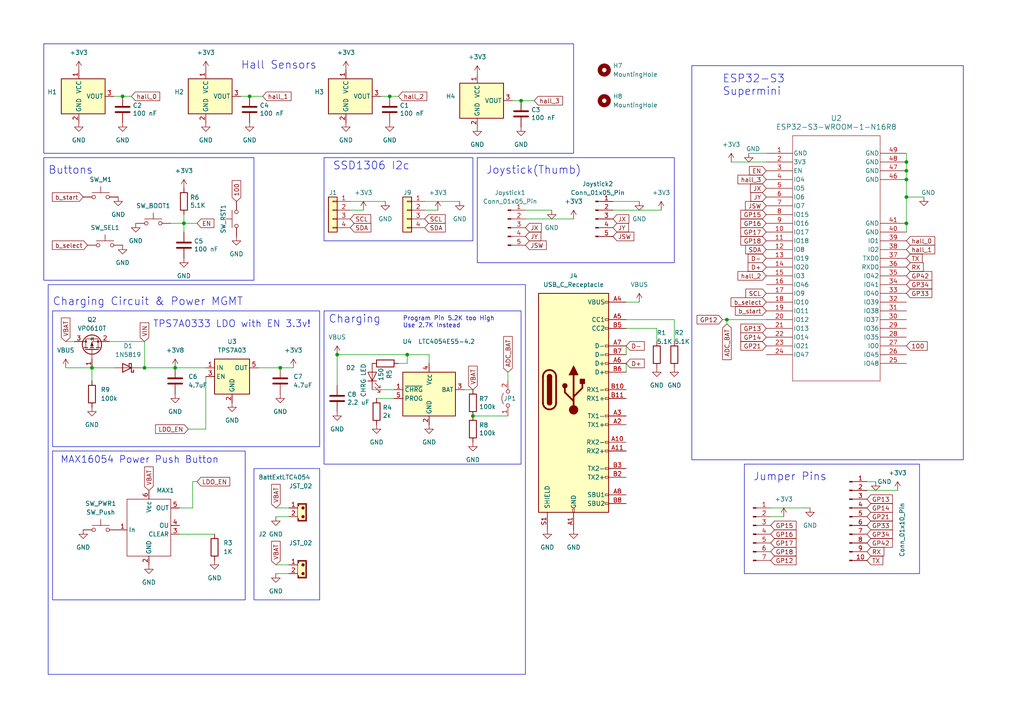
<source format=kicad_sch>
(kicad_sch (version 20250114) (generator "eeschema") (generator_version "9.0")
  (paper "A4")
  (lib_symbols
    (symbol "2025-04-05_16-16-06:ESP32-S3-WROOM-1-N16R8" (pin_names (offset 0.254))
      (property "Reference" "U" (at 20.32 10.16 0))
      (property "Value" "ESP32-S3-WROOM-1-N16R8" (at 20.32 7.62 0))
      (symbol "ESP32-S3-WROOM-1-N16R8_0_1"
        (pin power_out line (at 0 0 0) (length 7.62) (name "GND") (number "1"))
        (pin power_in line (at 0 -2.54 0) (length 7.62) (name "3V3") (number "2"))
        (pin input line (at 0 -5.08 0) (length 7.62) (name "EN") (number "3"))
        (pin bidirectional line (at 0 -7.62 0) (length 7.62) (name "IO4") (number "4"))
        (pin bidirectional line (at 0 -10.16 0) (length 7.62) (name "IO5") (number "5"))
        (pin bidirectional line (at 0 -12.7 0) (length 7.62) (name "IO6") (number "6"))
        (pin bidirectional line (at 0 -15.24 0) (length 7.62) (name "IO7") (number "7"))
        (pin bidirectional line (at 0 -17.78 0) (length 7.62) (name "IO15") (number "8"))
        (pin bidirectional line (at 0 -20.32 0) (length 7.62) (name "IO16") (number "9"))
        (pin bidirectional line (at 0 -22.86 0) (length 7.62) (name "IO17") (number "10"))
        (pin bidirectional line (at 0 -25.4 0) (length 7.62) (name "IO18") (number "11"))
        (pin bidirectional line (at 0 -27.94 0) (length 7.62) (name "IO8") (number "12"))
        (pin bidirectional line (at 0 -30.48 0) (length 7.62) (name "IO19") (number "13"))
        (pin bidirectional line (at 0 -33.02 0) (length 7.62) (name "IO20") (number "14"))
        (pin bidirectional line (at 0 -35.56 0) (length 7.62) (name "IO3") (number "15"))
        (pin bidirectional line (at 0 -38.1 0) (length 7.62) (name "IO46") (number "16"))
        (pin bidirectional line (at 0 -40.64 0) (length 7.62) (name "IO9") (number "17"))
        (pin bidirectional line (at 0 -43.18 0) (length 7.62) (name "IO10") (number "18"))
        (pin bidirectional line (at 0 -45.72 0) (length 7.62) (name "IO11") (number "19"))
        (pin bidirectional line (at 0 -48.26 0) (length 7.62) (name "IO12") (number "20"))
        (pin bidirectional line (at 0 -50.8 0) (length 7.62) (name "IO13") (number "21"))
        (pin bidirectional line (at 0 -53.34 0) (length 7.62) (name "IO14") (number "22"))
        (pin bidirectional line (at 0 -55.88 0) (length 7.62) (name "IO21") (number "23"))
        (pin bidirectional line (at 0 -58.42 0) (length 7.62) (name "IO47") (number "24"))
        (pin power_out line (at 40.64 0 180) (length 7.62) (name "GND") (number "49"))
        (pin power_out line (at 40.64 -2.54 180) (length 7.62) (name "GND") (number "48"))
        (pin power_out line (at 40.64 -5.08 180) (length 7.62) (name "GND") (number "47"))
        (pin power_out line (at 40.64 -7.62 180) (length 7.62) (name "GND") (number "46"))
        (pin power_out line (at 40.64 -20.32 180) (length 7.62) (name "GND") (number "41"))
        (pin power_out line (at 40.64 -22.86 180) (length 7.62) (name "GND") (number "40"))
        (pin bidirectional line (at 40.64 -25.4 180) (length 7.62) (name "IO1") (number "39"))
        (pin bidirectional line (at 40.64 -27.94 180) (length 7.62) (name "IO2") (number "38"))
        (pin bidirectional line (at 40.64 -30.48 180) (length 7.62) (name "TXD0") (number "37"))
        (pin bidirectional line (at 40.64 -33.02 180) (length 7.62) (name "RXD0") (number "36"))
        (pin bidirectional line (at 40.64 -35.56 180) (length 7.62) (name "IO42") (number "35"))
        (pin bidirectional line (at 40.64 -38.1 180) (length 7.62) (name "IO41") (number "34"))
        (pin bidirectional line (at 40.64 -40.64 180) (length 7.62) (name "IO40") (number "33"))
        (pin bidirectional line (at 40.64 -43.18 180) (length 7.62) (name "IO39") (number "32"))
        (pin bidirectional line (at 40.64 -45.72 180) (length 7.62) (name "IO38") (number "31"))
        (pin bidirectional line (at 40.64 -48.26 180) (length 7.62) (name "IO37") (number "30"))
        (pin bidirectional line (at 40.64 -50.8 180) (length 7.62) (name "IO36") (number "29"))
        (pin bidirectional line (at 40.64 -53.34 180) (length 7.62) (name "IO35") (number "28"))
        (pin bidirectional line (at 40.64 -55.88 180) (length 7.62) (name "IO0") (number "27"))
        (pin bidirectional line (at 40.64 -58.42 180) (length 7.62) (name "IO45") (number "26"))
        (pin bidirectional line (at 40.64 -60.96 180) (length 7.62) (name "IO48") (number "25"))
      )
    )
    (symbol "Battery_Management:LTC4054ES5-4.2"
      (property "Reference" "U" (at -5.842 6.604 0))
      (property "Value" "LTC4054ES5-4.2" (at 1.524 6.604 0))
      (symbol "LTC4054ES5-4.2_1_1"
        (pin open_collector line (at -10.16 0 0) (length 2.54) (name "~{CHRG}") (number "1"))
        (pin bidirectional line (at -10.16 -2.54 0) (length 2.54) (name "PROG") (number "5"))
        (pin power_in line (at 0 7.62 270) (length 2.54) (name "V_{CC}") (number "4"))
        (pin power_in line (at 0 -10.16 90) (length 2.54) (name "GND") (number "2"))
        (pin power_out line (at 10.16 0 180) (length 2.54) (name "BAT") (number "3"))
      )
    )
    (symbol "ChargingStuffsLib:MAX16054"
      (property "Reference" "MAX" (at 0 10.16 0))
      (symbol "MAX16054_1_1"
        (pin input line (at -8.89 -6.35 0) (length 2.54) (name "In") (number "1"))
        (pin input line (at 0 5.08 270) (length 2.54) (name "Vcc") (number "6"))
        (pin input line (at 0 -16.51 90) (length 2.54) (name "GND") (number "2"))
        (pin input line (at 8.89 0 180) (length 2.54) (name "OUT") (number "5"))
        (pin input line (at 8.89 -5.08 180) (length 2.54) (name "OU") (number "4"))
        (pin input line (at 8.89 -7.62 180) (length 2.54) (name "CLEAR") (number "3"))
      )
    )
    (symbol "Connector:Conn_01x05_Pin" (pin_names (offset 1.016) (hide yes))
      (property "Reference" "J" (at 0 7.62 0))
      (property "Value" "Conn_01x05_Pin" (at 0 -7.62 0))
      (symbol "Conn_01x05_Pin_1_1"
        (pin passive line (at 5.08 5.08 180) (length 3.81) (name "Pin_1") (number "1"))
        (pin passive line (at 5.08 2.54 180) (length 3.81) (name "Pin_2") (number "2"))
        (pin passive line (at 5.08 0 180) (length 3.81) (name "Pin_3") (number "3"))
        (pin passive line (at 5.08 -2.54 180) (length 3.81) (name "Pin_4") (number "4"))
        (pin passive line (at 5.08 -5.08 180) (length 3.81) (name "Pin_5") (number "5"))
      )
    )
    (symbol "Connector:Conn_01x07_Pin" (pin_names (offset 1.016) (hide yes))
      (property "Reference" "J" (at 0 10.16 0))
      (property "Value" "Conn_01x07_Pin" (at 0 -10.16 0))
      (symbol "Conn_01x07_Pin_1_1"
        (pin passive line (at 5.08 7.62 180) (length 3.81) (name "Pin_1") (number "1"))
        (pin passive line (at 5.08 5.08 180) (length 3.81) (name "Pin_2") (number "2"))
        (pin passive line (at 5.08 2.54 180) (length 3.81) (name "Pin_3") (number "3"))
        (pin passive line (at 5.08 0 180) (length 3.81) (name "Pin_4") (number "4"))
        (pin passive line (at 5.08 -2.54 180) (length 3.81) (name "Pin_5") (number "5"))
        (pin passive line (at 5.08 -5.08 180) (length 3.81) (name "Pin_6") (number "6"))
        (pin passive line (at 5.08 -7.62 180) (length 3.81) (name "Pin_7") (number "7"))
      )
    )
    (symbol "Connector:Conn_01x10_Pin" (pin_names (offset 1.016) (hide yes))
      (property "Reference" "J" (at 0 12.7 0))
      (property "Value" "Conn_01x10_Pin" (at 0 -15.24 0))
      (symbol "Conn_01x10_Pin_1_1"
        (pin passive line (at 5.08 10.16 180) (length 3.81) (name "Pin_1") (number "1"))
        (pin passive line (at 5.08 7.62 180) (length 3.81) (name "Pin_2") (number "2"))
        (pin passive line (at 5.08 5.08 180) (length 3.81) (name "Pin_3") (number "3"))
        (pin passive line (at 5.08 2.54 180) (length 3.81) (name "Pin_4") (number "4"))
        (pin passive line (at 5.08 0 180) (length 3.81) (name "Pin_5") (number "5"))
        (pin passive line (at 5.08 -2.54 180) (length 3.81) (name "Pin_6") (number "6"))
        (pin passive line (at 5.08 -5.08 180) (length 3.81) (name "Pin_7") (number "7"))
        (pin passive line (at 5.08 -7.62 180) (length 3.81) (name "Pin_8") (number "8"))
        (pin passive line (at 5.08 -10.16 180) (length 3.81) (name "Pin_9") (number "9"))
        (pin passive line (at 5.08 -12.7 180) (length 3.81) (name "Pin_10") (number "10"))
      )
    )
    (symbol "Connector:USB_C_Receptacle" (pin_names (offset 1.016))
      (property "Reference" "J" (at -10.16 29.21 0))
      (property "Value" "USB_C_Receptacle" (at 10.16 29.21 0))
      (symbol "USB_C_Receptacle_1_1"
        (pin passive line (at -7.62 -40.64 90) (length 5.08) (name "SHIELD") (number "S1"))
        (pin passive line (at 0 -40.64 90) (length 5.08) (name "GND") (number "A1"))
        (pin passive line (at 0 -40.64 90) (length 5.08) (hide yes) (name "GND") (number "A12"))
        (pin passive line (at 0 -40.64 90) (length 5.08) (hide yes) (name "GND") (number "B1"))
        (pin passive line (at 0 -40.64 90) (length 5.08) (hide yes) (name "GND") (number "B12"))
        (pin passive line (at 15.24 25.4 180) (length 5.08) (name "VBUS") (number "A4"))
        (pin passive line (at 15.24 25.4 180) (length 5.08) (hide yes) (name "VBUS") (number "A9"))
        (pin passive line (at 15.24 25.4 180) (length 5.08) (hide yes) (name "VBUS") (number "B4"))
        (pin passive line (at 15.24 25.4 180) (length 5.08) (hide yes) (name "VBUS") (number "B9"))
        (pin bidirectional line (at 15.24 20.32 180) (length 5.08) (name "CC1") (number "A5"))
        (pin bidirectional line (at 15.24 17.78 180) (length 5.08) (name "CC2") (number "B5"))
        (pin bidirectional line (at 15.24 12.7 180) (length 5.08) (name "D-") (number "A7"))
        (pin bidirectional line (at 15.24 10.16 180) (length 5.08) (name "D-") (number "B7"))
        (pin bidirectional line (at 15.24 7.62 180) (length 5.08) (name "D+") (number "A6"))
        (pin bidirectional line (at 15.24 5.08 180) (length 5.08) (name "D+") (number "B6"))
        (pin bidirectional line (at 15.24 0 180) (length 5.08) (name "RX1-") (number "B10"))
        (pin bidirectional line (at 15.24 -2.54 180) (length 5.08) (name "RX1+") (number "B11"))
        (pin bidirectional line (at 15.24 -7.62 180) (length 5.08) (name "TX1-") (number "A3"))
        (pin bidirectional line (at 15.24 -10.16 180) (length 5.08) (name "TX1+") (number "A2"))
        (pin bidirectional line (at 15.24 -15.24 180) (length 5.08) (name "RX2-") (number "A10"))
        (pin bidirectional line (at 15.24 -17.78 180) (length 5.08) (name "RX2+") (number "A11"))
        (pin bidirectional line (at 15.24 -22.86 180) (length 5.08) (name "TX2-") (number "B3"))
        (pin bidirectional line (at 15.24 -25.4 180) (length 5.08) (name "TX2+") (number "B2"))
        (pin bidirectional line (at 15.24 -30.48 180) (length 5.08) (name "SBU1") (number "A8"))
        (pin bidirectional line (at 15.24 -33.02 180) (length 5.08) (name "SBU2") (number "B8"))
      )
    )
    (symbol "Connector_Generic:Conn_01x04" (pin_names (offset 1.016) (hide yes))
      (property "Reference" "J" (at 0 5.08 0))
      (property "Value" "Conn_01x04" (at 0 -7.62 0))
      (symbol "Conn_01x04_1_1"
        (pin passive line (at -5.08 2.54 0) (length 3.81) (name "Pin_1") (number "1"))
        (pin passive line (at -5.08 0 0) (length 3.81) (name "Pin_2") (number "2"))
        (pin passive line (at -5.08 -2.54 0) (length 3.81) (name "Pin_3") (number "3"))
        (pin passive line (at -5.08 -5.08 0) (length 3.81) (name "Pin_4") (number "4"))
      )
    )
    (symbol "Device:C" (pin_numbers (hide yes)) (pin_names (offset 0.254))
      (property "Reference" "C" (at 0.635 2.54 0))
      (property "Value" "C" (at 0.635 -2.54 0))
      (symbol "C_1_1"
        (pin passive line (at 0 3.81 270) (length 2.794) (name "~") (number "1"))
        (pin passive line (at 0 -3.81 90) (length 2.794) (name "~") (number "2"))
      )
    )
    (symbol "Device:LED" (pin_numbers (hide yes)) (pin_names (offset 1.016) (hide yes))
      (property "Reference" "D" (at 0 2.54 0))
      (property "Value" "LED" (at 0 -2.54 0))
      (symbol "LED_1_1"
        (pin passive line (at -3.81 0 0) (length 2.54) (name "K") (number "1"))
        (pin passive line (at 3.81 0 180) (length 2.54) (name "A") (number "2"))
      )
    )
    (symbol "Device:R" (pin_numbers (hide yes)) (pin_names (offset 0))
      (property "Reference" "R" (at 2.032 0 90))
      (property "Value" "R" (at 0 0 90))
      (symbol "R_1_1"
        (pin passive line (at 0 3.81 270) (length 1.27) (name "~") (number "1"))
        (pin passive line (at 0 -3.81 90) (length 1.27) (name "~") (number "2"))
      )
    )
    (symbol "Diode:1N5819" (pin_numbers (hide yes)) (pin_names (offset 1.016) (hide yes))
      (property "Reference" "D" (at 0 2.54 0))
      (property "Value" "1N5819" (at 0 -2.54 0))
      (symbol "1N5819_1_1"
        (pin passive line (at -3.81 0 0) (length 2.54) (name "K") (number "1"))
        (pin passive line (at 3.81 0 180) (length 2.54) (name "A") (number "2"))
      )
    )
    (symbol "Jumper:Jumper_2_Open" (pin_names (offset 0) (hide yes))
      (property "Reference" "JP" (at 0 2.794 0))
      (property "Value" "Jumper_2_Open" (at 0 -2.286 0))
      (symbol "Jumper_2_Open_1_1"
        (pin passive line (at -5.08 0 0) (length 2.54) (name "A") (number "1"))
        (pin passive line (at 5.08 0 180) (length 2.54) (name "B") (number "2"))
      )
    )
    (symbol "Mechanical:MountingHole" (pin_names (offset 1.016))
      (property "Reference" "H" (at 0 5.08 0))
      (property "Value" "MountingHole" (at 0 3.175 0))
    )
    (symbol "PCM_SL_Connectors:JST_02"
      (property "Reference" "J" (at 0 7.62 0))
      (property "Value" "JST_02" (at 0 5.08 0))
      (symbol "JST_02_1_1"
        (pin passive line (at -3.81 1.27 0) (length 2.54) (name "") (number "1"))
        (pin passive line (at -3.81 -1.27 0) (length 2.54) (name "") (number "2"))
      )
    )
    (symbol "Regulator_Linear:TPS7A0508PDBV"
      (property "Reference" "U5" (at 0 10.16 0))
      (property "Value" "TPS7A03" (at 0 7.62 0))
      (symbol "TPS7A0508PDBV_0_1"
        (pin power_in line (at -7.62 2.54 0) (length 2.54) (name "IN") (number "1"))
        (pin input line (at -7.62 0 0) (length 2.54) (name "EN") (number "3"))
        (pin power_in line (at 0 -7.62 90) (length 2.54) (name "GND") (number "2"))
        (pin no_connect line (at 5.08 0 180) (length 2.54) (hide yes) (name "NC") (number "4"))
        (pin power_out line (at 7.62 2.54 180) (length 2.54) (name "OUT") (number "5"))
      )
    )
    (symbol "Sensor_Current:A1369xUA-10"
      (property "Reference" "U" (at 8.89 6.35 0))
      (property "Value" "A1369xUA-10" (at 8.89 3.81 0))
      (symbol "A1369xUA-10_1_1"
        (pin power_in line (at 0 7.62 270) (length 2.54) (name "VCC") (number "1"))
        (pin power_in line (at 0 -7.62 90) (length 2.54) (name "GND") (number "2"))
        (pin output line (at 10.16 0 180) (length 2.54) (name "VOUT") (number "3"))
      )
    )
    (symbol "Switch:SW_Push" (pin_numbers (hide yes)) (pin_names (offset 1.016) (hide yes))
      (property "Reference" "SW" (at 1.27 2.54 0))
      (property "Value" "SW_Push" (at 0 -1.524 0))
      (symbol "SW_Push_0_1"
        (pin passive line (at -5.08 0 0) (length 2.54) (name "1") (number "1"))
        (pin passive line (at 5.08 0 180) (length 2.54) (name "2") (number "2"))
      )
    )
    (symbol "Transistor_FET:VP0610T" (pin_names (hide yes))
      (property "Reference" "Q" (at 5.08 1.905 0))
      (property "Value" "VP0610T" (at 5.08 0 0))
      (symbol "VP0610T_1_1"
        (pin input line (at -5.08 0 0) (length 2.54) (name "G") (number "1"))
        (pin passive line (at 2.54 5.08 270) (length 2.54) (name "D") (number "3"))
        (pin passive line (at 2.54 -5.08 90) (length 2.54) (name "S") (number "2"))
      )
    )
    (symbol "power:+3V3" (power) (pin_names (offset 0))
      (property "Value" "+3V3" (at 0 3.556 0))
      (symbol "+3V3_1_1"
        (pin power_in line (at 0 0 90) (length 0) (hide yes) (name "+3V3") (number "1"))
      )
    )
    (symbol "power:+3V8" (power) (pin_names (offset 0))
      (property "Value" "+3V8" (at 0 3.556 0))
      (symbol "+3V8_1_1"
        (pin power_in line (at 0 0 90) (length 0) (hide yes) (name "+3V8") (number "1"))
      )
    )
    (symbol "power:GND" (power) (pin_names (offset 0))
      (property "Value" "GND" (at 0 -3.81 0))
      (symbol "GND_1_1"
        (pin power_in line (at 0 0 270) (length 0) (hide yes) (name "GND") (number "1"))
      )
    )
    (symbol "power:VBUS" (power) (pin_names (offset 0))
      (property "Value" "VBUS" (at 0 3.81 0))
      (symbol "VBUS_1_1"
        (pin power_in line (at 0 0 90) (length 0) (hide yes) (name "VBUS") (number "1"))
      )
    )
  )
  (rectangle (start 15.24 90.17) (end 92.71 129.54))
  (rectangle (start 138.43 45.72) (end 195.58 76.2))
  (rectangle (start 200.66 19.05) (end 279.4 133.35))
  (rectangle (start 215.9 134.62) (end 266.7 166.37))
  (rectangle (start 15.24 130.81) (end 71.12 173.99))
  (rectangle (start 12.7 45.72) (end 73.66 81.28))
  (rectangle (start 93.98 45.72) (end 137.16 69.85))
  (rectangle (start 13.97 82.55) (end 152.4 195.58))
  (rectangle (start 93.98 90.17) (end 151.13 134.62))
  (rectangle (start 73.66 135.89) (end 92.71 173.99))
  (rectangle (start 12.7 12.7) (end 166.37 44.45))
  (text "Jumper Pins" (at 218.44 139.7 0) (effects (font (size 2.27 2.27)) (justify left bottom)))
  (text "Buttons" (at 13.97 50.8 0) (effects (font (size 2.27 2.27)) (justify left bottom)))
  (text "MAX16054 Power Push Button" (at 63.5 134.62 0) (effects (font (size 2 2)) (justify right bottom)))
  (text "Joystick(Thumb)" (at 140.97 50.8 0) (effects (font (size 2.27 2.27)) (justify left bottom)))
  (text "Program Pin 5.2K too High\nUse 2.7K Instead\n" (at 116.84 95.25 0) (effects (font (size 1.27 1.27)) (justify left bottom)))
  (text "Charging\n" (at 95.25 93.98 0) (effects (font (size 2.27 2.27)) (justify left bottom)))
  (text "ESP32-S3\nSupermini" (at 209.55 27.94 0) (effects (font (size 2.27 2.27)) (justify left bottom)))
  (text "Charging Circuit & Power MGMT" (at 15.24 88.9 0) (effects (font (size 2.27 2.27)) (justify left bottom)))
  (text "SSD1306 I2c" (at 96.52 49.53 0) (effects (font (size 2.27 2.27)) (justify left bottom)))
  (text "TPS7A0333 LDO with EN 3.3v!" (at 90.17 95.25 0) (effects (font (size 2 2)) (justify right bottom)))
  (text "Hall Sensors" (at 69.85 20.32 0) (effects (font (size 2.27 2.27)) (justify left bottom)))
  (junction (at 113.03 27.94))
  (junction (at 118.11 102.87))
  (junction (at 26.67 106.68))
  (junction (at 81.28 106.68))
  (junction (at 72.39 27.94))
  (junction (at 50.8 106.68))
  (junction (at 137.16 120.65))
  (junction (at 97.79 102.87))
  (junction (at 41.91 106.68))
  (junction (at 262.89 49.53))
  (junction (at 53.34 64.77))
  (junction (at 262.89 64.77))
  (junction (at 262.89 57.15))
  (junction (at 151.13 29.21))
  (junction (at 210.82 92.71))
  (junction (at 262.89 46.99))
  (junction (at 35.56 27.94))
  (junction (at 262.89 52.07))
  (wire (pts (xy 262.89 44.45) (xy 262.89 46.99)))
  (wire (pts (xy 35.56 27.94) (xy 33.02 27.94)))
  (wire (pts (xy 80.01 149.86) (xy 83.82 149.86)))
  (wire (pts (xy 19.05 106.68) (xy 26.67 106.68)))
  (wire (pts (xy 118.11 102.87) (xy 124.46 102.87)))
  (wire (pts (xy 262.89 57.15) (xy 262.89 64.77)))
  (wire (pts (xy 154.94 29.21) (xy 151.13 29.21)))
  (wire (pts (xy 181.61 100.33) (xy 181.61 102.87)))
  (wire (pts (xy 160.02 60.96) (xy 152.4 60.96)))
  (wire (pts (xy 262.89 46.99) (xy 262.89 49.53)))
  (wire (pts (xy 97.79 111.76) (xy 97.79 102.87)))
  (wire (pts (xy 80.01 163.83) (xy 83.82 163.83)))
  (wire (pts (xy 111.76 58.42) (xy 101.6 58.42)))
  (wire (pts (xy 55.88 139.7) (xy 55.88 147.32)))
  (wire (pts (xy 41.91 106.68) (xy 50.8 106.68)))
  (wire (pts (xy 41.91 99.06) (xy 41.91 106.68)))
  (wire (pts (xy 72.39 27.94) (xy 69.85 27.94)))
  (wire (pts (xy 195.58 92.71) (xy 195.58 99.06)))
  (wire (pts (xy 181.61 105.41) (xy 181.61 107.95)))
  (wire (pts (xy 147.32 107.95) (xy 147.32 110.49)))
  (wire (pts (xy 107.95 113.03) (xy 114.3 113.03)))
  (wire (pts (xy 151.13 29.21) (xy 148.59 29.21)))
  (wire (pts (xy 118.11 105.41) (xy 118.11 102.87)))
  (wire (pts (xy 254 139.7) (xy 251.46 139.7)))
  (wire (pts (xy 115.57 105.41) (xy 118.11 105.41)))
  (wire (pts (xy 113.03 27.94) (xy 110.49 27.94)))
  (wire (pts (xy 40.64 106.68) (xy 41.91 106.68)))
  (wire (pts (xy 262.89 52.07) (xy 262.89 57.15)))
  (wire (pts (xy 209.55 92.71) (xy 210.82 92.71)))
  (wire (pts (xy 212.09 46.99) (xy 222.25 46.99)))
  (wire (pts (xy 227.33 149.86) (xy 223.52 149.86)))
  (wire (pts (xy 59.69 124.46) (xy 54.61 124.46)))
  (wire (pts (xy 80.01 166.37) (xy 83.82 166.37)))
  (wire (pts (xy 85.09 106.68) (xy 81.28 106.68)))
  (wire (pts (xy 166.37 63.5) (xy 152.4 63.5)))
  (wire (pts (xy 181.61 92.71) (xy 195.58 92.71)))
  (wire (pts (xy 50.8 106.68) (xy 59.69 106.68)))
  (wire (pts (xy 53.34 62.23) (xy 53.34 64.77)))
  (wire (pts (xy 210.82 92.71) (xy 222.25 92.71)))
  (wire (pts (xy 53.34 64.77) (xy 57.15 64.77)))
  (wire (pts (xy 115.57 27.94) (xy 113.03 27.94)))
  (wire (pts (xy 234.95 147.32) (xy 223.52 147.32)))
  (wire (pts (xy 26.67 106.68) (xy 33.02 106.68)))
  (wire (pts (xy 185.42 87.63) (xy 181.61 87.63)))
  (wire (pts (xy 55.88 147.32) (xy 52.07 147.32)))
  (wire (pts (xy 81.28 106.68) (xy 74.93 106.68)))
  (wire (pts (xy 134.62 113.03) (xy 137.16 113.03)))
  (wire (pts (xy 31.75 99.06) (xy 41.91 99.06)))
  (wire (pts (xy 76.2 27.94) (xy 72.39 27.94)))
  (wire (pts (xy 52.07 154.94) (xy 62.23 154.94)))
  (wire (pts (xy 109.22 115.57) (xy 114.3 115.57)))
  (wire (pts (xy 97.79 102.87) (xy 118.11 102.87)))
  (wire (pts (xy 80.01 147.32) (xy 83.82 147.32)))
  (wire (pts (xy 217.17 44.45) (xy 222.25 44.45)))
  (wire (pts (xy 57.15 139.7) (xy 55.88 139.7)))
  (wire (pts (xy 262.89 64.77) (xy 262.89 67.31)))
  (wire (pts (xy 137.16 120.65) (xy 147.32 120.65)))
  (wire (pts (xy 53.34 64.77) (xy 53.34 67.31)))
  (wire (pts (xy 262.89 49.53) (xy 262.89 52.07)))
  (wire (pts (xy 191.77 60.96) (xy 177.8 60.96)))
  (wire (pts (xy 190.5 95.25) (xy 190.5 99.06)))
  (wire (pts (xy 181.61 95.25) (xy 190.5 95.25)))
  (wire (pts (xy 26.67 106.68) (xy 26.67 110.49)))
  (wire (pts (xy 49.53 64.77) (xy 53.34 64.77)))
  (wire (pts (xy 19.05 99.06) (xy 21.59 99.06)))
  (wire (pts (xy 124.46 102.87) (xy 124.46 105.41)))
  (wire (pts (xy 267.97 57.15) (xy 262.89 57.15)))
  (wire (pts (xy 133.35 58.42) (xy 123.19 58.42)))
  (wire (pts (xy 127 60.96) (xy 123.19 60.96)))
  (wire (pts (xy 260.35 142.24) (xy 251.46 142.24)))
  (wire (pts (xy 38.1 27.94) (xy 35.56 27.94)))
  (wire (pts (xy 59.69 109.22) (xy 59.69 124.46)))
  (wire (pts (xy 105.41 60.96) (xy 101.6 60.96)))
  (wire (pts (xy 185.42 58.42) (xy 177.8 58.42)))
  (wire (pts (xy 210.82 93.98) (xy 210.82 92.71)))
  (global_label "RX" (shape input) (at 262.89 77.47 0) (property "Intersheetrefs" "${INTERSHEET_REFS}" (effects (hide yes))))
  (global_label "LDO_EN" (shape input) (at 54.61 124.46 180) (property "Intersheetrefs" "${INTERSHEET_REFS}" (effects (hide yes))))
  (global_label "ADC_BAT" (shape input) (at 147.32 107.95 90) (property "Intersheetrefs" "${INTERSHEET_REFS}" (effects (hide yes))))
  (global_label "VIN" (shape input) (at 41.91 99.06 90) (property "Intersheetrefs" "${INTERSHEET_REFS}" (effects (hide yes))))
  (global_label "GP14" (shape input) (at 222.25 97.79 180) (property "Intersheetrefs" "${INTERSHEET_REFS}" (effects (hide yes))))
  (global_label "100" (shape input) (at 68.58 58.42 90) (property "Intersheetrefs" "${INTERSHEET_REFS}" (effects (hide yes))))
  (global_label "b_start" (shape input) (at 222.25 90.17 180) (property "Intersheetrefs" "${INTERSHEET_REFS}" (effects (hide yes))))
  (global_label "D+" (shape input) (at 181.61 105.41 0) (property "Intersheetrefs" "${INTERSHEET_REFS}" (effects (hide yes))))
  (global_label "SCL" (shape input) (at 101.6 63.5 0) (property "Intersheetrefs" "${INTERSHEET_REFS}" (effects (hide yes))))
  (global_label "GP15" (shape input) (at 223.52 152.4 0) (property "Intersheetrefs" "${INTERSHEET_REFS}" (effects (hide yes))))
  (global_label "EN" (shape input) (at 57.15 64.77 0) (property "Intersheetrefs" "${INTERSHEET_REFS}" (effects (hide yes))))
  (global_label "EN" (shape input) (at 222.25 49.53 180) (property "Intersheetrefs" "${INTERSHEET_REFS}" (effects (hide yes))))
  (global_label "JY" (shape input) (at 177.8 66.04 0) (property "Intersheetrefs" "${INTERSHEET_REFS}" (effects (hide yes))))
  (global_label "GP13" (shape input) (at 222.25 95.25 180) (property "Intersheetrefs" "${INTERSHEET_REFS}" (effects (hide yes))))
  (global_label "GP12" (shape input) (at 209.55 92.71 180) (property "Intersheetrefs" "${INTERSHEET_REFS}" (effects (hide yes))))
  (global_label "JY" (shape input) (at 222.25 57.15 180) (property "Intersheetrefs" "${INTERSHEET_REFS}" (effects (hide yes))))
  (global_label "JY" (shape input) (at 152.4 68.58 0) (property "Intersheetrefs" "${INTERSHEET_REFS}" (effects (hide yes))))
  (global_label "GP17" (shape input) (at 222.25 67.31 180) (property "Intersheetrefs" "${INTERSHEET_REFS}" (effects (hide yes))))
  (global_label "b_start" (shape input) (at 24.13 57.15 180) (property "Intersheetrefs" "${INTERSHEET_REFS}" (effects (hide yes))))
  (global_label "hall_1" (shape input) (at 262.89 72.39 0) (property "Intersheetrefs" "${INTERSHEET_REFS}" (effects (hide yes))))
  (global_label "hall_3" (shape input) (at 154.94 29.21 0) (property "Intersheetrefs" "${INTERSHEET_REFS}" (effects (hide yes))))
  (global_label "VBAT" (shape input) (at 80.01 147.32 90) (property "Intersheetrefs" "${INTERSHEET_REFS}" (effects (hide yes))))
  (global_label "GP14" (shape input) (at 251.46 147.32 0) (property "Intersheetrefs" "${INTERSHEET_REFS}" (effects (hide yes))))
  (global_label "LDO_EN" (shape input) (at 57.15 139.7 0) (property "Intersheetrefs" "${INTERSHEET_REFS}" (effects (hide yes))))
  (global_label "hall_2" (shape input) (at 115.57 27.94 0) (property "Intersheetrefs" "${INTERSHEET_REFS}" (effects (hide yes))))
  (global_label "GP12" (shape input) (at 223.52 162.56 0) (property "Intersheetrefs" "${INTERSHEET_REFS}" (effects (hide yes))))
  (global_label "b_select" (shape input) (at 25.4 71.12 180) (property "Intersheetrefs" "${INTERSHEET_REFS}" (effects (hide yes))))
  (global_label "GP34" (shape input) (at 262.89 82.55 0) (property "Intersheetrefs" "${INTERSHEET_REFS}" (effects (hide yes))))
  (global_label "TX" (shape input) (at 251.46 162.56 0) (property "Intersheetrefs" "${INTERSHEET_REFS}" (effects (hide yes))))
  (global_label "SCL" (shape input) (at 123.19 63.5 0) (property "Intersheetrefs" "${INTERSHEET_REFS}" (effects (hide yes))))
  (global_label "D-" (shape input) (at 181.61 100.33 0) (property "Intersheetrefs" "${INTERSHEET_REFS}" (effects (hide yes))))
  (global_label "SCL" (shape input) (at 222.25 85.09 180) (property "Intersheetrefs" "${INTERSHEET_REFS}" (effects (hide yes))))
  (global_label "ADC_BAT" (shape input) (at 210.82 93.98 270) (property "Intersheetrefs" "${INTERSHEET_REFS}" (effects (hide yes))))
  (global_label "GP18" (shape input) (at 223.52 160.02 0) (property "Intersheetrefs" "${INTERSHEET_REFS}" (effects (hide yes))))
  (global_label "JSW" (shape input) (at 177.8 68.58 0) (property "Intersheetrefs" "${INTERSHEET_REFS}" (effects (hide yes))))
  (global_label "VBAT" (shape input) (at 43.18 142.24 90) (property "Intersheetrefs" "${INTERSHEET_REFS}" (effects (hide yes))))
  (global_label "GP16" (shape input) (at 223.52 154.94 0) (property "Intersheetrefs" "${INTERSHEET_REFS}" (effects (hide yes))))
  (global_label "VBAT" (shape input) (at 137.16 113.03 90) (property "Intersheetrefs" "${INTERSHEET_REFS}" (effects (hide yes))))
  (global_label "TX" (shape input) (at 262.89 74.93 0) (property "Intersheetrefs" "${INTERSHEET_REFS}" (effects (hide yes))))
  (global_label "SDA" (shape input) (at 123.19 66.04 0) (property "Intersheetrefs" "${INTERSHEET_REFS}" (effects (hide yes))))
  (global_label "D-" (shape input) (at 222.25 74.93 180) (property "Intersheetrefs" "${INTERSHEET_REFS}" (effects (hide yes))))
  (global_label "SDA" (shape input) (at 101.6 66.04 0) (property "Intersheetrefs" "${INTERSHEET_REFS}" (effects (hide yes))))
  (global_label "JSW" (shape input) (at 222.25 59.69 180) (property "Intersheetrefs" "${INTERSHEET_REFS}" (effects (hide yes))))
  (global_label "hall_1" (shape input) (at 76.2 27.94 0) (property "Intersheetrefs" "${INTERSHEET_REFS}" (effects (hide yes))))
  (global_label "hall_3" (shape input) (at 222.25 52.07 180) (property "Intersheetrefs" "${INTERSHEET_REFS}" (effects (hide yes))))
  (global_label "RX" (shape input) (at 251.46 160.02 0) (property "Intersheetrefs" "${INTERSHEET_REFS}" (effects (hide yes))))
  (global_label "GP33" (shape input) (at 262.89 85.09 0) (property "Intersheetrefs" "${INTERSHEET_REFS}" (effects (hide yes))))
  (global_label "GP21" (shape input) (at 222.25 100.33 180) (property "Intersheetrefs" "${INTERSHEET_REFS}" (effects (hide yes))))
  (global_label "JX" (shape input) (at 152.4 66.04 0) (property "Intersheetrefs" "${INTERSHEET_REFS}" (effects (hide yes))))
  (global_label "JSW" (shape input) (at 152.4 71.12 0) (property "Intersheetrefs" "${INTERSHEET_REFS}" (effects (hide yes))))
  (global_label "GP42" (shape input) (at 251.46 157.48 0) (property "Intersheetrefs" "${INTERSHEET_REFS}" (effects (hide yes))))
  (global_label "D+" (shape input) (at 222.25 77.47 180) (property "Intersheetrefs" "${INTERSHEET_REFS}" (effects (hide yes))))
  (global_label "hall_2" (shape input) (at 222.25 80.01 180) (property "Intersheetrefs" "${INTERSHEET_REFS}" (effects (hide yes))))
  (global_label "JX" (shape input) (at 177.8 63.5 0) (property "Intersheetrefs" "${INTERSHEET_REFS}" (effects (hide yes))))
  (global_label "GP16" (shape input) (at 222.25 64.77 180) (property "Intersheetrefs" "${INTERSHEET_REFS}" (effects (hide yes))))
  (global_label "SDA" (shape input) (at 222.25 72.39 180) (property "Intersheetrefs" "${INTERSHEET_REFS}" (effects (hide yes))))
  (global_label "b_select" (shape input) (at 222.25 87.63 180) (property "Intersheetrefs" "${INTERSHEET_REFS}" (effects (hide yes))))
  (global_label "GP17" (shape input) (at 223.52 157.48 0) (property "Intersheetrefs" "${INTERSHEET_REFS}" (effects (hide yes))))
  (global_label "GP18" (shape input) (at 222.25 69.85 180) (property "Intersheetrefs" "${INTERSHEET_REFS}" (effects (hide yes))))
  (global_label "VBAT" (shape input) (at 19.05 99.06 90) (property "Intersheetrefs" "${INTERSHEET_REFS}" (effects (hide yes))))
  (global_label "VBAT" (shape input) (at 80.01 163.83 90) (property "Intersheetrefs" "${INTERSHEET_REFS}" (effects (hide yes))))
  (global_label "GP15" (shape input) (at 222.25 62.23 180) (property "Intersheetrefs" "${INTERSHEET_REFS}" (effects (hide yes))))
  (global_label "GP33" (shape input) (at 251.46 152.4 0) (property "Intersheetrefs" "${INTERSHEET_REFS}" (effects (hide yes))))
  (global_label "GP34" (shape input) (at 251.46 154.94 0) (property "Intersheetrefs" "${INTERSHEET_REFS}" (effects (hide yes))))
  (global_label "hall_0" (shape input) (at 38.1 27.94 0) (property "Intersheetrefs" "${INTERSHEET_REFS}" (effects (hide yes))))
  (global_label "JX" (shape input) (at 222.25 54.61 180) (property "Intersheetrefs" "${INTERSHEET_REFS}" (effects (hide yes))))
  (global_label "GP13" (shape input) (at 251.46 144.78 0) (property "Intersheetrefs" "${INTERSHEET_REFS}" (effects (hide yes))))
  (global_label "hall_0" (shape input) (at 262.89 69.85 0) (property "Intersheetrefs" "${INTERSHEET_REFS}" (effects (hide yes))))
  (global_label "100" (shape input) (at 262.89 100.33 0) (property "Intersheetrefs" "${INTERSHEET_REFS}" (effects (hide yes))))
  (global_label "GP21" (shape input) (at 251.46 149.86 0) (property "Intersheetrefs" "${INTERSHEET_REFS}" (effects (hide yes))))
  (global_label "GP42" (shape input) (at 262.89 80.01 0) (property "Intersheetrefs" "${INTERSHEET_REFS}" (effects (hide yes))))
  (symbol (lib_id "Switch:SW_Push") (at 68.58 63.5 90) (unit 1)
    (property "Reference" "SW_RST1" (at 64.77 63.5 0))
    (property "Value" "SW_Push" (effects (hide yes)))
    (property "Footprint" "OpenMuscleDevKit:EVQP2P02M" (effects (hide yes)))
  )
  (symbol (lib_id "Switch:SW_Push") (at 44.45 64.77 0) (unit 1)
    (property "Reference" "SW_BOOT1" (at 44.45 59.69 0))
    (property "Value" "SW_Push" (effects (hide yes)))
    (property "Footprint" "OpenMuscleDevKit:EVQP2P02M" (effects (hide yes)))
  )
  (symbol (lib_id "power:GND") (at 97.79 119.38 0) (unit 1)
    (property "Reference" "#PWR034" (effects (hide yes)))
    (property "Value" "GND" (at 97.79 124.46 0))
  )
  (symbol (lib_id "power:GND") (at 59.69 35.56 0) (unit 1)
    (property "Reference" "#PWR014" (effects (hide yes)))
    (property "Value" "GND" (at 59.69 40.64 0))
  )
  (symbol (lib_id "Sensor_Current:A1369xUA-10") (at 22.86 27.94 0) (unit 1)
    (property "Reference" "H1" (at 16.51 26.67 0) (effects (justify right)))
    (property "Value" "A1369xUA-10" (effects (hide yes)))
    (property "Footprint" "Connector_PinHeader_2.00mm:PinHeader_1x03_P2.00mm_Vertical" (effects (hide yes)))
    (property "Datasheet" "http://www.allegromicro.com/~/media/Files/Datasheets/A1369-Datasheet.ashx?la=en" (effects (hide yes)))
  )
  (symbol (lib_id "ChargingStuffsLib:MAX16054") (at 43.18 147.32 0) (unit 1)
    (property "Reference" "MAX1" (at 45.3741 142.24 0) (effects (justify left)))
    (property "Value" "~" (at 43.18 147.32 0))
    (property "Footprint" "Package_TO_SOT_SMD:SOT-23-6" (effects (hide yes)))
  )
  (symbol (lib_id "Device:R") (at 137.16 116.84 0) (unit 1)
    (property "Reference" "R7" (at 138.938 115.6716 0) (effects (justify left)))
    (property "Value" "100k" (at 138.938 117.983 0) (effects (justify left)))
    (property "Footprint" "Resistor_SMD:R_0603_1608Metric" (effects (hide yes)))
    (property "JLCPN" "C25905" (effects (hide yes)))
  )
  (symbol (lib_id "power:+3V8") (at 50.8 106.68 0) (unit 1)
    (property "Reference" "#PWR023" (effects (hide yes)))
    (property "Value" "+3V8" (at 50.8 101.6 0))
  )
  (symbol (lib_id "power:GND") (at 158.75 153.67 0) (unit 1)
    (property "Reference" "#PWR019" (effects (hide yes)))
    (property "Value" "GND" (at 158.75 158.75 0))
  )
  (symbol (lib_id "Device:C") (at 81.28 110.49 0) (unit 1)
    (property "Reference" "C7" (at 85.09 109.22 0) (effects (justify left)))
    (property "Value" "4.7uF" (at 85.09 111.76 0) (effects (justify left)))
    (property "Footprint" "Capacitor_SMD:C_0805_2012Metric" (effects (hide yes)))
  )
  (symbol (lib_id "Device:R") (at 137.16 124.46 0) (unit 1)
    (property "Reference" "R8" (at 138.938 123.2916 0) (effects (justify left)))
    (property "Value" "100k" (at 138.938 125.603 0) (effects (justify left)))
    (property "Footprint" "Resistor_SMD:R_0603_1608Metric" (effects (hide yes)))
    (property "JLCPN" "C25905" (effects (hide yes)))
  )
  (symbol (lib_id "power:GND") (at 24.13 153.67 0) (unit 1)
    (property "Reference" "#PWR022" (effects (hide yes)))
    (property "Value" "GND" (at 24.13 158.75 0))
  )
  (symbol (lib_id "power:GND") (at 195.58 106.68 0) (unit 1)
    (property "Reference" "#PWR047" (effects (hide yes)))
    (property "Value" "GND" (at 195.58 111.76 0))
  )
  (symbol (lib_id "Device:R") (at 190.5 102.87 0) (unit 1)
    (property "Reference" "R1" (at 190.5 96.52 0) (effects (justify left)))
    (property "Value" "5.1K" (at 190.5 99.06 0) (effects (justify left)))
    (property "Footprint" "Resistor_SMD:R_0603_1608Metric" (effects (hide yes)))
    (property "JLCPN" "C25905" (effects (hide yes)))
  )
  (symbol (lib_id "power:GND") (at 80.01 149.86 0) (unit 1)
    (property "Reference" "#PWR039" (effects (hide yes)))
    (property "Value" "GND" (at 80.01 154.94 0))
  )
  (symbol (lib_id "Regulator_Linear:TPS7A0508PDBV") (at 67.31 109.22 0) (unit 1)
    (property "Reference" "U3" (at 67.31 99.06 0))
    (property "Value" "TPS7A03" (at 67.31 101.6 0))
    (property "Footprint" "Package_TO_SOT_SMD:SOT-23-5" (effects (hide yes)))
    (property "Datasheet" "https://www.ti.com/lit/ds/symlink/tps7a05.pdf" (effects (hide yes)))
  )
  (symbol (lib_id "power:GND") (at 50.8 114.3 0) (unit 1)
    (property "Reference" "#PWR024" (effects (hide yes)))
    (property "Value" "GND" (at 50.8 119.38 0))
  )
  (symbol (lib_id "Device:C") (at 50.8 110.49 0) (unit 1)
    (property "Reference" "C6" (at 54.61 109.22 0) (effects (justify left)))
    (property "Value" "4.7uF" (at 54.61 111.76 0) (effects (justify left)))
    (property "Footprint" "Capacitor_SMD:C_0805_2012Metric" (effects (hide yes)))
  )
  (symbol (lib_id "Connector:Conn_01x05_Pin") (at 172.72 63.5 0) (unit 1)
    (property "Reference" "Joystick2" (at 173.355 53.34 0))
    (property "Value" "Conn_01x05_Pin" (at 173.355 55.88 0))
    (property "Footprint" "Connector_PinHeader_2.00mm:PinHeader_1x05_P2.00mm_Vertical" (effects (hide yes)))
  )
  (symbol (lib_id "power:GND") (at 138.43 36.83 0) (unit 1)
    (property "Reference" "#PWR07" (effects (hide yes)))
    (property "Value" "GND" (at 138.43 41.91 0))
  )
  (symbol (lib_id "Connector:Conn_01x10_Pin") (at 246.38 149.86 0) (unit 1)
    (property "Reference" "J3" (effects (hide yes)))
    (property "Value" "Conn_01x10_Pin" (at 261.62 153.67 90))
    (property "Footprint" "Connector_PinHeader_2.00mm:PinHeader_1x10_P2.00mm_Vertical" (effects (hide yes)))
  )
  (symbol (lib_id "power:+3V3") (at 53.34 54.61 0) (unit 1)
    (property "Reference" "#PWR050" (effects (hide yes)))
    (property "Value" "+3V3" (at 53.34 49.53 0))
  )
  (symbol (lib_id "power:+3V3") (at 166.37 63.5 0) (unit 1)
    (property "Reference" "#PWR042" (effects (hide yes)))
    (property "Value" "+3V3" (at 166.37 58.42 0))
  )
  (symbol (lib_id "power:GND") (at 34.29 57.15 0) (unit 1)
    (property "Reference" "#PWR036" (effects (hide yes)))
    (property "Value" "GND" (at 34.29 62.23 0))
  )
  (symbol (lib_id "Mechanical:MountingHole") (at 175.26 20.32 0) (unit 1)
    (property "Reference" "H7" (at 177.8 19.05 0) (effects (justify left)))
    (property "Value" "MountingHole" (at 177.8 21.59 0) (effects (justify left)))
    (property "Footprint" "MountingHole:MountingHole_2.2mm_M2" (effects (hide yes)))
  )
  (symbol (lib_id "Jumper:Jumper_2_Open") (at 147.32 115.57 90) (unit 1)
    (property "Reference" "JP1" (at 146.05 115.57 90) (effects (justify right)))
    (property "Value" "Jumper_2_Open" (effects (hide yes)))
    (property "Footprint" "Jumper:SolderJumper-2_P1.3mm_Open_TrianglePad1.0x1.5mm" (effects (hide yes)))
  )
  (symbol (lib_id "power:GND") (at 109.22 123.19 0) (unit 1)
    (property "Reference" "#PWR035" (effects (hide yes)))
    (property "Value" "GND" (at 109.22 128.27 0))
  )
  (symbol (lib_id "power:+3V3") (at 212.09 46.99 0) (unit 1)
    (property "Reference" "#PWR054" (effects (hide yes)))
    (property "Value" "+3V3" (at 212.09 41.91 0))
  )
  (symbol (lib_id "Transistor_FET:VP0610T") (at 26.67 101.6 90) (unit 1)
    (property "Reference" "Q2" (at 26.67 92.71 90))
    (property "Value" "VP0610T" (at 26.67 95.25 90))
    (property "Footprint" "Package_TO_SOT_SMD:SOT-23" (effects (hide yes)))
    (property "Datasheet" "http://www.vishay.com/docs/70209/70209.pdf" (effects (hide yes)))
  )
  (symbol (lib_id "power:GND") (at 113.03 35.56 0) (unit 1)
    (property "Reference" "#PWR03" (effects (hide yes)))
    (property "Value" "GND" (at 113.03 40.64 0))
  )
  (symbol (lib_id "Battery_Management:LTC4054ES5-4.2") (at 124.46 113.03 0) (unit 1)
    (property "Reference" "U4" (at 118.11 99.06 0))
    (property "Value" "LTC4054ES5-4.2" (at 129.54 99.06 0))
    (property "Footprint" "Package_TO_SOT_SMD:TSOT-23-5" (effects (hide yes)))
    (property "Datasheet" "https://www.analog.com/media/en/technical-documentation/data-sheets/405442xf.pdf" (effects (hide yes)))
  )
  (symbol (lib_id "power:GND") (at 22.86 35.56 0) (unit 1)
    (property "Reference" "#PWR06" (effects (hide yes)))
    (property "Value" "GND" (at 22.86 40.64 0))
  )
  (symbol (lib_id "power:+3V3") (at 127 60.96 0) (unit 1)
    (property "Reference" "#PWR043" (effects (hide yes)))
    (property "Value" "+3V3" (at 127 55.88 0))
  )
  (symbol (lib_id "power:GND") (at 254 139.7 0) (unit 1)
    (property "Reference" "#PWR028" (effects (hide yes)))
    (property "Value" "GND" (at 256.54 139.7 0))
  )
  (symbol (lib_id "power:GND") (at 133.35 58.42 0) (unit 1)
    (property "Reference" "#PWR044" (effects (hide yes)))
    (property "Value" "GND" (at 133.35 63.5 0))
  )
  (symbol (lib_id "power:GND") (at 53.34 74.93 0) (unit 1)
    (property "Reference" "#PWR048" (effects (hide yes)))
    (property "Value" "GND" (at 53.34 80.01 0))
  )
  (symbol (lib_id "Connector:USB_C_Receptacle") (at 166.37 113.03 0) (unit 1)
    (property "Reference" "J4" (at 166.37 80.01 0))
    (property "Value" "USB_C_Receptacle" (at 166.37 82.55 0))
    (property "Footprint" "Connector_USB:USB_C_Receptacle_HRO_TYPE-C-31-M-12" (effects (hide yes)))
    (property "Datasheet" "https://www.usb.org/sites/default/files/documents/usb_type-c.zip" (effects (hide yes)))
  )
  (symbol (lib_id "Device:C") (at 151.13 33.02 180) (unit 1)
    (property "Reference" "C3" (at 154.051 31.8516 0) (effects (justify right)))
    (property "Value" "100 nF" (at 154.051 34.163 0) (effects (justify right)))
    (property "Footprint" "Capacitor_SMD:C_0402_1005Metric" (effects (hide yes)))
    (property "JLCPN" "C1525" (effects (hide yes)))
  )
  (symbol (lib_id "power:+3V3") (at 138.43 21.59 0) (unit 1)
    (property "Reference" "#PWR04" (effects (hide yes)))
    (property "Value" "+3V3" (at 138.43 16.51 0))
  )
  (symbol (lib_id "Sensor_Current:A1369xUA-10") (at 100.33 27.94 0) (unit 1)
    (property "Reference" "H3" (at 93.98 26.67 0) (effects (justify right)))
    (property "Value" "A1369xUA-10" (effects (hide yes)))
    (property "Footprint" "Connector_PinHeader_2.00mm:PinHeader_1x03_P2.00mm_Vertical" (effects (hide yes)))
    (property "Datasheet" "http://www.allegromicro.com/~/media/Files/Datasheets/A1369-Datasheet.ashx?la=en" (effects (hide yes)))
  )
  (symbol (lib_id "Switch:SW_Push") (at 30.48 71.12 0) (unit 1)
    (property "Reference" "SW_SEL1" (at 30.48 66.04 0))
    (property "Value" "SW_Push" (effects (hide yes)))
    (property "Footprint" "OpenMuscleDevKit:EVQP2P02M" (effects (hide yes)))
  )
  (symbol (lib_id "Device:R") (at 62.23 158.75 0) (unit 1)
    (property "Reference" "R3" (at 64.77 157.48 0) (effects (justify left)))
    (property "Value" "1K" (at 64.77 160.02 0) (effects (justify left)))
    (property "Footprint" "Resistor_SMD:R_0603_1608Metric" (effects (hide yes)))
  )
  (symbol (lib_id "power:+3V3") (at 260.35 142.24 0) (unit 1)
    (property "Reference" "#PWR021" (effects (hide yes)))
    (property "Value" "+3V3" (at 260.35 137.16 0))
  )
  (symbol (lib_id "power:GND") (at 39.37 64.77 0) (unit 1)
    (property "Reference" "#PWR049" (effects (hide yes)))
    (property "Value" "GND" (at 39.37 69.85 0))
  )
  (symbol (lib_id "power:VBUS") (at 97.79 102.87 0) (unit 1)
    (property "Reference" "#PWR033" (effects (hide yes)))
    (property "Value" "VBUS" (at 97.79 97.79 0))
  )
  (symbol (lib_id "power:+3V3") (at 22.86 20.32 0) (unit 1)
    (property "Reference" "#PWR05" (effects (hide yes)))
    (property "Value" "+3V3" (at 22.86 15.24 0))
  )
  (symbol (lib_id "power:GND") (at 72.39 35.56 0) (unit 1)
    (property "Reference" "#PWR015" (effects (hide yes)))
    (property "Value" "GND" (at 72.39 40.64 0))
  )
  (symbol (lib_id "Device:R") (at 109.22 119.38 0) (unit 1)
    (property "Reference" "R4" (at 110.998 118.2116 0) (effects (justify left)))
    (property "Value" "2k" (at 110.998 120.523 0) (effects (justify left)))
    (property "Footprint" "Resistor_SMD:R_0603_1608Metric" (effects (hide yes)))
    (property "JLCPN" "C25905" (effects (hide yes)))
  )
  (symbol (lib_id "power:GND") (at 62.23 162.56 0) (unit 1)
    (property "Reference" "#PWR031" (effects (hide yes)))
    (property "Value" "GND" (at 62.23 167.64 0))
  )
  (symbol (lib_id "power:+3V3") (at 227.33 149.86 0) (unit 1)
    (property "Reference" "#PWR018" (effects (hide yes)))
    (property "Value" "+3V3" (at 227.33 144.78 0))
  )
  (symbol (lib_id "power:GND") (at 26.67 118.11 0) (unit 1)
    (property "Reference" "#PWR052" (effects (hide yes)))
    (property "Value" "GND" (at 26.67 123.19 0))
  )
  (symbol (lib_id "power:GND") (at 100.33 35.56 0) (unit 1)
    (property "Reference" "#PWR02" (effects (hide yes)))
    (property "Value" "GND" (at 100.33 40.64 0))
  )
  (symbol (lib_id "Sensor_Current:A1369xUA-10") (at 59.69 27.94 0) (unit 1)
    (property "Reference" "H2" (at 53.34 26.67 0) (effects (justify right)))
    (property "Value" "A1369xUA-10" (effects (hide yes)))
    (property "Footprint" "Connector_PinHeader_2.00mm:PinHeader_1x03_P2.00mm_Vertical" (effects (hide yes)))
    (property "Datasheet" "http://www.allegromicro.com/~/media/Files/Datasheets/A1369-Datasheet.ashx?la=en" (effects (hide yes)))
  )
  (symbol (lib_id "Device:R") (at 53.34 58.42 0) (unit 1)
    (property "Reference" "R6" (at 55.118 57.2516 0) (effects (justify left)))
    (property "Value" "5.1K" (at 55.118 59.563 0) (effects (justify left)))
    (property "Footprint" "Resistor_SMD:R_0603_1608Metric" (effects (hide yes)))
    (property "JLCPN" "C25905" (effects (hide yes)))
  )
  (symbol (lib_id "power:GND") (at 190.5 106.68 0) (unit 1)
    (property "Reference" "#PWR046" (effects (hide yes)))
    (property "Value" "GND" (at 190.5 111.76 0))
  )
  (symbol (lib_id "Device:R") (at 26.67 114.3 0) (unit 1)
    (property "Reference" "R9" (at 29.21 113.03 0) (effects (justify left)))
    (property "Value" "100k" (at 29.21 115.57 0) (effects (justify left)))
    (property "Footprint" "Resistor_SMD:R_0603_1608Metric" (effects (hide yes)))
  )
  (symbol (lib_id "power:GND") (at 137.16 128.27 0) (unit 1)
    (property "Reference" "#PWR051" (effects (hide yes)))
    (property "Value" "GND" (at 137.16 133.35 0))
  )
  (symbol (lib_id "Device:C") (at 53.34 71.12 180) (unit 1)
    (property "Reference" "C5" (at 56.261 69.9516 0) (effects (justify right)))
    (property "Value" "100 nF" (at 56.261 72.263 0) (effects (justify right)))
    (property "Footprint" "Capacitor_SMD:C_0402_1005Metric" (effects (hide yes)))
    (property "JLCPN" "C1525" (effects (hide yes)))
  )
  (symbol (lib_id "power:+3V3") (at 191.77 60.96 0) (unit 1)
    (property "Reference" "#PWR020" (effects (hide yes)))
    (property "Value" "+3V3" (at 191.77 55.88 0))
  )
  (symbol (lib_id "Switch:SW_Push") (at 29.21 153.67 0) (unit 1)
    (property "Reference" "SW_PWR1" (at 29.21 146.05 0))
    (property "Value" "SW_Push" (at 29.21 148.59 0))
    (property "Footprint" "OpenMuscleDevKit:EVQP2P02M" (effects (hide yes)))
  )
  (symbol (lib_id "Connector:Conn_01x05_Pin") (at 147.32 66.04 0) (unit 1)
    (property "Reference" "Joystick1" (at 147.955 55.88 0))
    (property "Value" "Conn_01x05_Pin" (at 147.955 58.42 0))
    (property "Footprint" "Connector_PinHeader_2.00mm:PinHeader_1x05_P2.00mm_Vertical" (effects (hide yes)))
  )
  (symbol (lib_id "power:GND") (at 151.13 36.83 0) (unit 1)
    (property "Reference" "#PWR09" (effects (hide yes)))
    (property "Value" "GND" (at 151.13 41.91 0))
  )
  (symbol (lib_id "power:GND") (at 35.56 35.56 0) (unit 1)
    (property "Reference" "#PWR08" (effects (hide yes)))
    (property "Value" "GND" (at 35.56 40.64 0))
  )
  (symbol (lib_id "power:VBUS") (at 185.42 87.63 0) (unit 1)
    (property "Reference" "#PWR017" (effects (hide yes)))
    (property "Value" "VBUS" (at 185.42 82.55 0))
  )
  (symbol (lib_id "Connector_Generic:Conn_01x04") (at 118.11 60.96 0) (mirror y) (unit 1)
    (property "Reference" "J9" (at 119.38 55.88 0) (effects (justify left)))
    (property "Value" "Conn_01x04" (effects (hide yes)))
    (property "Footprint" "Connector_PinHeader_2.54mm:PinHeader_1x04_P2.54mm_Vertical" (effects (hide yes)))
  )
  (symbol (lib_id "Diode:1N5819") (at 36.83 106.68 180) (unit 1)
    (property "Reference" "D1" (at 37.1475 100.33 0))
    (property "Value" "1N5819" (at 37.1475 102.87 0))
    (property "Footprint" "Diode_SMD:D_SOD-123F" (effects (hide yes)))
    (property "Datasheet" "http://www.vishay.com/docs/88525/1n5817.pdf" (effects (hide yes)))
  )
  (symbol (lib_id "Device:C") (at 97.79 115.57 180) (unit 1)
    (property "Reference" "C8" (at 100.711 114.4016 0) (effects (justify right)))
    (property "Value" "2.2 uF" (at 100.711 116.713 0) (effects (justify right)))
    (property "Footprint" "Capacitor_SMD:C_0603_1608Metric" (effects (hide yes)))
    (property "JLCPN" "C12530" (effects (hide yes)))
  )
  (symbol (lib_id "power:GND") (at 68.58 68.58 0) (unit 1)
    (property "Reference" "#PWR038" (effects (hide yes)))
    (property "Value" "GND" (at 68.58 73.66 0))
  )
  (symbol (lib_id "Connector:Conn_01x07_Pin") (at 218.44 154.94 0) (unit 1)
    (property "Reference" "J6" (effects (hide yes)))
    (property "Value" "Conn_01x07_Pin" (effects (hide yes)))
    (property "Footprint" "Connector_PinHeader_2.00mm:PinHeader_1x07_P2.00mm_Vertical" (effects (hide yes)))
  )
  (symbol (lib_id "power:GND") (at 43.18 163.83 0) (unit 1)
    (property "Reference" "#PWR029" (effects (hide yes)))
    (property "Value" "GND" (at 43.18 168.91 0))
  )
  (symbol (lib_id "2025-04-05_16-16-06:ESP32-S3-WROOM-1-N16R8") (at 222.25 44.45 0) (unit 1)
    (property "Reference" "U2" (at 242.57 34.29 0) (effects (font (size 1.524 1.524))))
    (property "Value" "ESP32-S3-WROOM-1-N16R8" (at 242.57 36.83 0) (effects (font (size 1.524 1.524))))
    (property "Footprint" "footprints:ESP32-S3-WROOM-1_EXP" (effects (hide yes)))
    (property "Datasheet" "ESP32-S3-WROOM-1-N16R8" (effects (hide yes)))
  )
  (symbol (lib_id "power:+3V3") (at 85.09 106.68 0) (unit 1)
    (property "Reference" "#PWR032" (effects (hide yes)))
    (property "Value" "+3V3" (at 85.09 101.6 0))
  )
  (symbol (lib_id "Device:C") (at 35.56 31.75 180) (unit 1)
    (property "Reference" "C2" (at 38.481 30.5816 0) (effects (justify right)))
    (property "Value" "100 nF" (at 38.481 32.893 0) (effects (justify right)))
    (property "Footprint" "Capacitor_SMD:C_0402_1005Metric" (effects (hide yes)))
    (property "JLCPN" "C1525" (effects (hide yes)))
  )
  (symbol (lib_id "power:GND") (at 160.02 60.96 0) (unit 1)
    (property "Reference" "#PWR041" (effects (hide yes)))
    (property "Value" "GND" (at 160.02 66.04 0))
  )
  (symbol (lib_id "power:GND") (at 35.56 71.12 0) (unit 1)
    (property "Reference" "#PWR040" (effects (hide yes)))
    (property "Value" "GND" (at 35.56 76.2 0))
  )
  (symbol (lib_id "Mechanical:MountingHole") (at 175.26 29.21 0) (unit 1)
    (property "Reference" "H8" (at 177.8 27.94 0) (effects (justify left)))
    (property "Value" "MountingHole" (at 177.8 30.48 0) (effects (justify left)))
    (property "Footprint" "MountingHole:MountingHole_2.2mm_M2" (effects (hide yes)))
  )
  (symbol (lib_id "power:GND") (at 217.17 44.45 0) (unit 1)
    (property "Reference" "#PWR055" (effects (hide yes)))
    (property "Value" "GND" (at 218.44 43.18 0))
  )
  (symbol (lib_id "power:GND") (at 267.97 57.15 0) (unit 1)
    (property "Reference" "#PWR011" (effects (hide yes)))
    (property "Value" "GND" (at 269.24 55.88 0))
  )
  (symbol (lib_id "Device:C") (at 113.03 31.75 180) (unit 1)
    (property "Reference" "C1" (at 115.951 30.5816 0) (effects (justify right)))
    (property "Value" "100 nF" (at 115.951 32.893 0) (effects (justify right)))
    (property "Footprint" "Capacitor_SMD:C_0402_1005Metric" (effects (hide yes)))
    (property "JLCPN" "C1525" (effects (hide yes)))
  )
  (symbol (lib_id "power:GND") (at 234.95 147.32 0) (unit 1)
    (property "Reference" "#PWR016" (effects (hide yes)))
    (property "Value" "GND" (at 234.95 152.4 0))
  )
  (symbol (lib_id "power:+3V3") (at 100.33 20.32 0) (unit 1)
    (property "Reference" "#PWR01" (effects (hide yes)))
    (property "Value" "+3V3" (at 100.33 15.24 0))
  )
  (symbol (lib_id "PCM_SL_Connectors:JST_02") (at 87.63 165.1 0) (unit 1)
    (property "Reference" "J2" (at 74.93 154.94 0) (effects (justify left)))
    (property "Value" "JST_02" (at 83.82 157.48 0) (effects (justify left)))
    (property "Footprint" "Connector_JST:JST_EH_B2B-EH-A_1x02_P2.50mm_Vertical" (effects (hide yes)))
  )
  (symbol (lib_id "Connector_Generic:Conn_01x04") (at 96.52 60.96 0) (mirror y) (unit 1)
    (property "Reference" "J1" (at 97.79 55.88 0) (effects (justify left)))
    (property "Value" "Conn_01x04" (effects (hide yes)))
    (property "Footprint" "Connector_PinHeader_2.54mm:PinHeader_1x04_P2.54mm_Vertical" (effects (hide yes)))
  )
  (symbol (lib_id "Switch:SW_Push") (at 29.21 57.15 0) (unit 1)
    (property "Reference" "SW_M1" (at 29.21 52.07 0))
    (property "Value" "SW_Push" (effects (hide yes)))
    (property "Footprint" "OpenMuscleDevKit:EVQP2P02M" (effects (hide yes)))
  )
  (symbol (lib_id "power:VBUS") (at 19.05 106.68 0) (unit 1)
    (property "Reference" "#PWR053" (effects (hide yes)))
    (property "Value" "VBUS" (at 19.05 101.6 0))
  )
  (symbol (lib_id "power:GND") (at 111.76 58.42 0) (unit 1)
    (property "Reference" "#PWR026" (effects (hide yes)))
    (property "Value" "GND" (at 111.76 63.5 0))
  )
  (symbol (lib_id "power:+3V3") (at 59.69 20.32 0) (unit 1)
    (property "Reference" "#PWR013" (effects (hide yes)))
    (property "Value" "+3V3" (at 59.69 15.24 0))
  )
  (symbol (lib_id "power:GND") (at 81.28 114.3 0) (unit 1)
    (property "Reference" "#PWR030" (effects (hide yes)))
    (property "Value" "GND" (at 81.28 119.38 0))
  )
  (symbol (lib_id "Device:C") (at 72.39 31.75 180) (unit 1)
    (property "Reference" "C4" (at 75.311 30.5816 0) (effects (justify right)))
    (property "Value" "100 nF" (at 75.311 32.893 0) (effects (justify right)))
    (property "Footprint" "Capacitor_SMD:C_0402_1005Metric" (effects (hide yes)))
    (property "JLCPN" "C1525" (effects (hide yes)))
  )
  (symbol (lib_id "power:GND") (at 185.42 58.42 0) (unit 1)
    (property "Reference" "#PWR012" (effects (hide yes)))
    (property "Value" "GND" (at 185.42 63.5 0))
  )
  (symbol (lib_id "power:GND") (at 124.46 123.19 0) (unit 1)
    (property "Reference" "#PWR037" (effects (hide yes)))
    (property "Value" "GND" (at 124.46 128.27 0))
  )
  (symbol (lib_id "PCM_SL_Connectors:JST_02") (at 87.63 148.59 0) (unit 1)
    (property "Reference" "BattExtLTC4054" (at 74.93 138.43 0) (effects (justify left)))
    (property "Value" "JST_02" (at 83.82 140.97 0) (effects (justify left)))
    (property "Footprint" "Connector_JST:JST_EH_B2B-EH-A_1x02_P2.50mm_Vertical" (effects (hide yes)))
  )
  (symbol (lib_id "Device:R") (at 195.58 102.87 0) (unit 1)
    (property "Reference" "R2" (at 195.58 96.52 0) (effects (justify left)))
    (property "Value" "5.1K" (at 195.58 99.06 0) (effects (justify left)))
    (property "Footprint" "Resistor_SMD:R_0603_1608Metric" (effects (hide yes)))
    (property "JLCPN" "C25905" (effects (hide yes)))
  )
  (symbol (lib_id "power:GND") (at 67.31 116.84 0) (unit 1)
    (property "Reference" "#PWR027" (effects (hide yes)))
    (property "Value" "GND" (at 67.31 121.92 0))
  )
  (symbol (lib_id "Device:R") (at 111.76 105.41 270) (unit 1)
    (property "Reference" "R5" (at 112.9284 107.188 0) (effects (justify left)))
    (property "Value" "150" (at 110.49 106.68 0) (effects (justify left)))
    (property "Footprint" "Resistor_SMD:R_0603_1608Metric" (effects (hide yes)))
    (property "JLCPN" "C4109" (effects (hide yes)))
  )
  (symbol (lib_id "power:+3V3") (at 105.41 60.96 0) (unit 1)
    (property "Reference" "#PWR025" (effects (hide yes)))
    (property "Value" "+3V3" (at 105.41 55.88 0))
  )
  (symbol (lib_id "power:GND") (at 80.01 166.37 0) (unit 1)
    (property "Reference" "#PWR010" (effects (hide yes)))
    (property "Value" "GND" (at 80.01 171.45 0))
  )
  (symbol (lib_id "Device:LED") (at 107.95 109.22 90) (unit 1)
    (property "Reference" "D2" (at 100.33 106.68 90) (effects (justify right)))
    (property "Value" "CHRG LED" (at 105.41 105.41 0) (effects (justify right)))
    (property "Footprint" "LED_SMD:LED_0805_2012Metric" (effects (hide yes)))
    (property "JLCPN" "C72043" (effects (hide yes)))
  )
  (symbol (lib_id "Sensor_Current:A1369xUA-10") (at 138.43 29.21 0) (unit 1)
    (property "Reference" "H4" (at 132.08 27.94 0) (effects (justify right)))
    (property "Value" "A1369xUA-10" (effects (hide yes)))
    (property "Footprint" "Connector_PinHeader_2.00mm:PinHeader_1x03_P2.00mm_Vertical" (effects (hide yes)))
    (property "Datasheet" "http://www.allegromicro.com/~/media/Files/Datasheets/A1369-Datasheet.ashx?la=en" (effects (hide yes)))
  )
  (symbol (lib_id "power:GND") (at 166.37 153.67 0) (unit 1)
    (property "Reference" "#PWR045" (effects (hide yes)))
    (property "Value" "GND" (at 166.37 158.75 0))
  )
)
</source>
